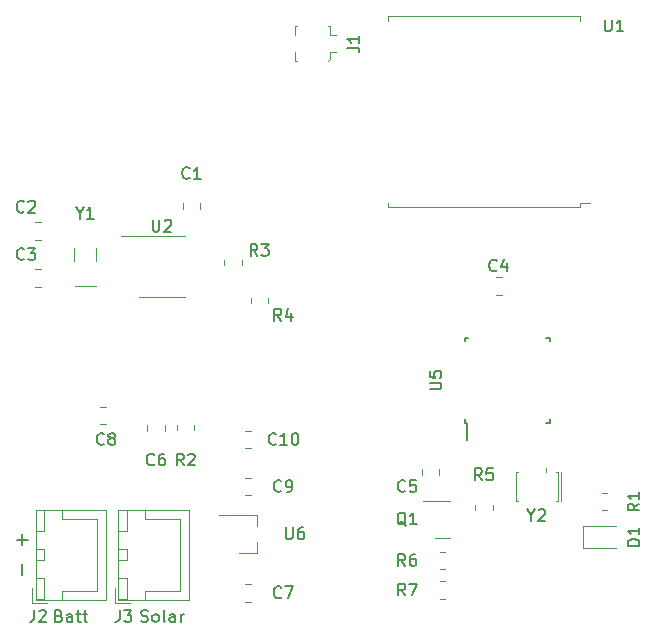
<source format=gto>
G04 #@! TF.GenerationSoftware,KiCad,Pcbnew,(6.0.2-0)*
G04 #@! TF.CreationDate,2022-03-01T18:59:47+01:00*
G04 #@! TF.ProjectId,HelloWeather,48656c6c-6f57-4656-9174-6865722e6b69,rev?*
G04 #@! TF.SameCoordinates,Original*
G04 #@! TF.FileFunction,Legend,Top*
G04 #@! TF.FilePolarity,Positive*
%FSLAX46Y46*%
G04 Gerber Fmt 4.6, Leading zero omitted, Abs format (unit mm)*
G04 Created by KiCad (PCBNEW (6.0.2-0)) date 2022-03-01 18:59:47*
%MOMM*%
%LPD*%
G01*
G04 APERTURE LIST*
%ADD10C,0.200000*%
%ADD11C,0.150000*%
%ADD12C,0.120000*%
G04 APERTURE END LIST*
D10*
X56914285Y-139542857D02*
X56914285Y-140457142D01*
D11*
X66988095Y-144404761D02*
X67130952Y-144452380D01*
X67369047Y-144452380D01*
X67464285Y-144404761D01*
X67511904Y-144357142D01*
X67559523Y-144261904D01*
X67559523Y-144166666D01*
X67511904Y-144071428D01*
X67464285Y-144023809D01*
X67369047Y-143976190D01*
X67178571Y-143928571D01*
X67083333Y-143880952D01*
X67035714Y-143833333D01*
X66988095Y-143738095D01*
X66988095Y-143642857D01*
X67035714Y-143547619D01*
X67083333Y-143500000D01*
X67178571Y-143452380D01*
X67416666Y-143452380D01*
X67559523Y-143500000D01*
X68130952Y-144452380D02*
X68035714Y-144404761D01*
X67988095Y-144357142D01*
X67940476Y-144261904D01*
X67940476Y-143976190D01*
X67988095Y-143880952D01*
X68035714Y-143833333D01*
X68130952Y-143785714D01*
X68273809Y-143785714D01*
X68369047Y-143833333D01*
X68416666Y-143880952D01*
X68464285Y-143976190D01*
X68464285Y-144261904D01*
X68416666Y-144357142D01*
X68369047Y-144404761D01*
X68273809Y-144452380D01*
X68130952Y-144452380D01*
X69035714Y-144452380D02*
X68940476Y-144404761D01*
X68892857Y-144309523D01*
X68892857Y-143452380D01*
X69845238Y-144452380D02*
X69845238Y-143928571D01*
X69797619Y-143833333D01*
X69702380Y-143785714D01*
X69511904Y-143785714D01*
X69416666Y-143833333D01*
X69845238Y-144404761D02*
X69750000Y-144452380D01*
X69511904Y-144452380D01*
X69416666Y-144404761D01*
X69369047Y-144309523D01*
X69369047Y-144214285D01*
X69416666Y-144119047D01*
X69511904Y-144071428D01*
X69750000Y-144071428D01*
X69845238Y-144023809D01*
X70321428Y-144452380D02*
X70321428Y-143785714D01*
X70321428Y-143976190D02*
X70369047Y-143880952D01*
X70416666Y-143833333D01*
X70511904Y-143785714D01*
X70607142Y-143785714D01*
X60047619Y-143928571D02*
X60190476Y-143976190D01*
X60238095Y-144023809D01*
X60285714Y-144119047D01*
X60285714Y-144261904D01*
X60238095Y-144357142D01*
X60190476Y-144404761D01*
X60095238Y-144452380D01*
X59714285Y-144452380D01*
X59714285Y-143452380D01*
X60047619Y-143452380D01*
X60142857Y-143500000D01*
X60190476Y-143547619D01*
X60238095Y-143642857D01*
X60238095Y-143738095D01*
X60190476Y-143833333D01*
X60142857Y-143880952D01*
X60047619Y-143928571D01*
X59714285Y-143928571D01*
X61142857Y-144452380D02*
X61142857Y-143928571D01*
X61095238Y-143833333D01*
X61000000Y-143785714D01*
X60809523Y-143785714D01*
X60714285Y-143833333D01*
X61142857Y-144404761D02*
X61047619Y-144452380D01*
X60809523Y-144452380D01*
X60714285Y-144404761D01*
X60666666Y-144309523D01*
X60666666Y-144214285D01*
X60714285Y-144119047D01*
X60809523Y-144071428D01*
X61047619Y-144071428D01*
X61142857Y-144023809D01*
X61476190Y-143785714D02*
X61857142Y-143785714D01*
X61619047Y-143452380D02*
X61619047Y-144309523D01*
X61666666Y-144404761D01*
X61761904Y-144452380D01*
X61857142Y-144452380D01*
X62047619Y-143785714D02*
X62428571Y-143785714D01*
X62190476Y-143452380D02*
X62190476Y-144309523D01*
X62238095Y-144404761D01*
X62333333Y-144452380D01*
X62428571Y-144452380D01*
D10*
X56914285Y-137042857D02*
X56914285Y-137957142D01*
X56457142Y-137500000D02*
X57371428Y-137500000D01*
D11*
X89333333Y-142202380D02*
X89000000Y-141726190D01*
X88761904Y-142202380D02*
X88761904Y-141202380D01*
X89142857Y-141202380D01*
X89238095Y-141250000D01*
X89285714Y-141297619D01*
X89333333Y-141392857D01*
X89333333Y-141535714D01*
X89285714Y-141630952D01*
X89238095Y-141678571D01*
X89142857Y-141726190D01*
X88761904Y-141726190D01*
X89666666Y-141202380D02*
X90333333Y-141202380D01*
X89904761Y-142202380D01*
X71083333Y-106857142D02*
X71035714Y-106904761D01*
X70892857Y-106952380D01*
X70797619Y-106952380D01*
X70654761Y-106904761D01*
X70559523Y-106809523D01*
X70511904Y-106714285D01*
X70464285Y-106523809D01*
X70464285Y-106380952D01*
X70511904Y-106190476D01*
X70559523Y-106095238D01*
X70654761Y-106000000D01*
X70797619Y-105952380D01*
X70892857Y-105952380D01*
X71035714Y-106000000D01*
X71083333Y-106047619D01*
X72035714Y-106952380D02*
X71464285Y-106952380D01*
X71750000Y-106952380D02*
X71750000Y-105952380D01*
X71654761Y-106095238D01*
X71559523Y-106190476D01*
X71464285Y-106238095D01*
X91402380Y-124761904D02*
X92211904Y-124761904D01*
X92307142Y-124714285D01*
X92354761Y-124666666D01*
X92402380Y-124571428D01*
X92402380Y-124380952D01*
X92354761Y-124285714D01*
X92307142Y-124238095D01*
X92211904Y-124190476D01*
X91402380Y-124190476D01*
X91402380Y-123238095D02*
X91402380Y-123714285D01*
X91878571Y-123761904D01*
X91830952Y-123714285D01*
X91783333Y-123619047D01*
X91783333Y-123380952D01*
X91830952Y-123285714D01*
X91878571Y-123238095D01*
X91973809Y-123190476D01*
X92211904Y-123190476D01*
X92307142Y-123238095D01*
X92354761Y-123285714D01*
X92402380Y-123380952D01*
X92402380Y-123619047D01*
X92354761Y-123714285D01*
X92307142Y-123761904D01*
X100023809Y-135426190D02*
X100023809Y-135902380D01*
X99690476Y-134902380D02*
X100023809Y-135426190D01*
X100357142Y-134902380D01*
X100642857Y-134997619D02*
X100690476Y-134950000D01*
X100785714Y-134902380D01*
X101023809Y-134902380D01*
X101119047Y-134950000D01*
X101166666Y-134997619D01*
X101214285Y-135092857D01*
X101214285Y-135188095D01*
X101166666Y-135330952D01*
X100595238Y-135902380D01*
X101214285Y-135902380D01*
X84452380Y-95833333D02*
X85166666Y-95833333D01*
X85309523Y-95880952D01*
X85404761Y-95976190D01*
X85452380Y-96119047D01*
X85452380Y-96214285D01*
X85452380Y-94833333D02*
X85452380Y-95404761D01*
X85452380Y-95119047D02*
X84452380Y-95119047D01*
X84595238Y-95214285D01*
X84690476Y-95309523D01*
X84738095Y-95404761D01*
X68083333Y-131107142D02*
X68035714Y-131154761D01*
X67892857Y-131202380D01*
X67797619Y-131202380D01*
X67654761Y-131154761D01*
X67559523Y-131059523D01*
X67511904Y-130964285D01*
X67464285Y-130773809D01*
X67464285Y-130630952D01*
X67511904Y-130440476D01*
X67559523Y-130345238D01*
X67654761Y-130250000D01*
X67797619Y-130202380D01*
X67892857Y-130202380D01*
X68035714Y-130250000D01*
X68083333Y-130297619D01*
X68940476Y-130202380D02*
X68750000Y-130202380D01*
X68654761Y-130250000D01*
X68607142Y-130297619D01*
X68511904Y-130440476D01*
X68464285Y-130630952D01*
X68464285Y-131011904D01*
X68511904Y-131107142D01*
X68559523Y-131154761D01*
X68654761Y-131202380D01*
X68845238Y-131202380D01*
X68940476Y-131154761D01*
X68988095Y-131107142D01*
X69035714Y-131011904D01*
X69035714Y-130773809D01*
X68988095Y-130678571D01*
X68940476Y-130630952D01*
X68845238Y-130583333D01*
X68654761Y-130583333D01*
X68559523Y-130630952D01*
X68511904Y-130678571D01*
X68464285Y-130773809D01*
X67963095Y-110397380D02*
X67963095Y-111206904D01*
X68010714Y-111302142D01*
X68058333Y-111349761D01*
X68153571Y-111397380D01*
X68344047Y-111397380D01*
X68439285Y-111349761D01*
X68486904Y-111302142D01*
X68534523Y-111206904D01*
X68534523Y-110397380D01*
X68963095Y-110492619D02*
X69010714Y-110445000D01*
X69105952Y-110397380D01*
X69344047Y-110397380D01*
X69439285Y-110445000D01*
X69486904Y-110492619D01*
X69534523Y-110587857D01*
X69534523Y-110683095D01*
X69486904Y-110825952D01*
X68915476Y-111397380D01*
X69534523Y-111397380D01*
X89333333Y-139702380D02*
X89000000Y-139226190D01*
X88761904Y-139702380D02*
X88761904Y-138702380D01*
X89142857Y-138702380D01*
X89238095Y-138750000D01*
X89285714Y-138797619D01*
X89333333Y-138892857D01*
X89333333Y-139035714D01*
X89285714Y-139130952D01*
X89238095Y-139178571D01*
X89142857Y-139226190D01*
X88761904Y-139226190D01*
X90190476Y-138702380D02*
X90000000Y-138702380D01*
X89904761Y-138750000D01*
X89857142Y-138797619D01*
X89761904Y-138940476D01*
X89714285Y-139130952D01*
X89714285Y-139511904D01*
X89761904Y-139607142D01*
X89809523Y-139654761D01*
X89904761Y-139702380D01*
X90095238Y-139702380D01*
X90190476Y-139654761D01*
X90238095Y-139607142D01*
X90285714Y-139511904D01*
X90285714Y-139273809D01*
X90238095Y-139178571D01*
X90190476Y-139130952D01*
X90095238Y-139083333D01*
X89904761Y-139083333D01*
X89809523Y-139130952D01*
X89761904Y-139178571D01*
X89714285Y-139273809D01*
X63833333Y-129357142D02*
X63785714Y-129404761D01*
X63642857Y-129452380D01*
X63547619Y-129452380D01*
X63404761Y-129404761D01*
X63309523Y-129309523D01*
X63261904Y-129214285D01*
X63214285Y-129023809D01*
X63214285Y-128880952D01*
X63261904Y-128690476D01*
X63309523Y-128595238D01*
X63404761Y-128500000D01*
X63547619Y-128452380D01*
X63642857Y-128452380D01*
X63785714Y-128500000D01*
X63833333Y-128547619D01*
X64404761Y-128880952D02*
X64309523Y-128833333D01*
X64261904Y-128785714D01*
X64214285Y-128690476D01*
X64214285Y-128642857D01*
X64261904Y-128547619D01*
X64309523Y-128500000D01*
X64404761Y-128452380D01*
X64595238Y-128452380D01*
X64690476Y-128500000D01*
X64738095Y-128547619D01*
X64785714Y-128642857D01*
X64785714Y-128690476D01*
X64738095Y-128785714D01*
X64690476Y-128833333D01*
X64595238Y-128880952D01*
X64404761Y-128880952D01*
X64309523Y-128928571D01*
X64261904Y-128976190D01*
X64214285Y-129071428D01*
X64214285Y-129261904D01*
X64261904Y-129357142D01*
X64309523Y-129404761D01*
X64404761Y-129452380D01*
X64595238Y-129452380D01*
X64690476Y-129404761D01*
X64738095Y-129357142D01*
X64785714Y-129261904D01*
X64785714Y-129071428D01*
X64738095Y-128976190D01*
X64690476Y-128928571D01*
X64595238Y-128880952D01*
X109177380Y-134429166D02*
X108701190Y-134762500D01*
X109177380Y-135000595D02*
X108177380Y-135000595D01*
X108177380Y-134619642D01*
X108225000Y-134524404D01*
X108272619Y-134476785D01*
X108367857Y-134429166D01*
X108510714Y-134429166D01*
X108605952Y-134476785D01*
X108653571Y-134524404D01*
X108701190Y-134619642D01*
X108701190Y-135000595D01*
X109177380Y-133476785D02*
X109177380Y-134048214D01*
X109177380Y-133762500D02*
X108177380Y-133762500D01*
X108320238Y-133857738D01*
X108415476Y-133952976D01*
X108463095Y-134048214D01*
X78833333Y-133357142D02*
X78785714Y-133404761D01*
X78642857Y-133452380D01*
X78547619Y-133452380D01*
X78404761Y-133404761D01*
X78309523Y-133309523D01*
X78261904Y-133214285D01*
X78214285Y-133023809D01*
X78214285Y-132880952D01*
X78261904Y-132690476D01*
X78309523Y-132595238D01*
X78404761Y-132500000D01*
X78547619Y-132452380D01*
X78642857Y-132452380D01*
X78785714Y-132500000D01*
X78833333Y-132547619D01*
X79309523Y-133452380D02*
X79500000Y-133452380D01*
X79595238Y-133404761D01*
X79642857Y-133357142D01*
X79738095Y-133214285D01*
X79785714Y-133023809D01*
X79785714Y-132642857D01*
X79738095Y-132547619D01*
X79690476Y-132500000D01*
X79595238Y-132452380D01*
X79404761Y-132452380D01*
X79309523Y-132500000D01*
X79261904Y-132547619D01*
X79214285Y-132642857D01*
X79214285Y-132880952D01*
X79261904Y-132976190D01*
X79309523Y-133023809D01*
X79404761Y-133071428D01*
X79595238Y-133071428D01*
X79690476Y-133023809D01*
X79738095Y-132976190D01*
X79785714Y-132880952D01*
X57058333Y-109702142D02*
X57010714Y-109749761D01*
X56867857Y-109797380D01*
X56772619Y-109797380D01*
X56629761Y-109749761D01*
X56534523Y-109654523D01*
X56486904Y-109559285D01*
X56439285Y-109368809D01*
X56439285Y-109225952D01*
X56486904Y-109035476D01*
X56534523Y-108940238D01*
X56629761Y-108845000D01*
X56772619Y-108797380D01*
X56867857Y-108797380D01*
X57010714Y-108845000D01*
X57058333Y-108892619D01*
X57439285Y-108892619D02*
X57486904Y-108845000D01*
X57582142Y-108797380D01*
X57820238Y-108797380D01*
X57915476Y-108845000D01*
X57963095Y-108892619D01*
X58010714Y-108987857D01*
X58010714Y-109083095D01*
X57963095Y-109225952D01*
X57391666Y-109797380D01*
X58010714Y-109797380D01*
X57916666Y-143452380D02*
X57916666Y-144166666D01*
X57869047Y-144309523D01*
X57773809Y-144404761D01*
X57630952Y-144452380D01*
X57535714Y-144452380D01*
X58345238Y-143547619D02*
X58392857Y-143500000D01*
X58488095Y-143452380D01*
X58726190Y-143452380D01*
X58821428Y-143500000D01*
X58869047Y-143547619D01*
X58916666Y-143642857D01*
X58916666Y-143738095D01*
X58869047Y-143880952D01*
X58297619Y-144452380D01*
X58916666Y-144452380D01*
X89404761Y-136297619D02*
X89309523Y-136250000D01*
X89214285Y-136154761D01*
X89071428Y-136011904D01*
X88976190Y-135964285D01*
X88880952Y-135964285D01*
X88928571Y-136202380D02*
X88833333Y-136154761D01*
X88738095Y-136059523D01*
X88690476Y-135869047D01*
X88690476Y-135535714D01*
X88738095Y-135345238D01*
X88833333Y-135250000D01*
X88928571Y-135202380D01*
X89119047Y-135202380D01*
X89214285Y-135250000D01*
X89309523Y-135345238D01*
X89357142Y-135535714D01*
X89357142Y-135869047D01*
X89309523Y-136059523D01*
X89214285Y-136154761D01*
X89119047Y-136202380D01*
X88928571Y-136202380D01*
X90309523Y-136202380D02*
X89738095Y-136202380D01*
X90023809Y-136202380D02*
X90023809Y-135202380D01*
X89928571Y-135345238D01*
X89833333Y-135440476D01*
X89738095Y-135488095D01*
X78833333Y-142357142D02*
X78785714Y-142404761D01*
X78642857Y-142452380D01*
X78547619Y-142452380D01*
X78404761Y-142404761D01*
X78309523Y-142309523D01*
X78261904Y-142214285D01*
X78214285Y-142023809D01*
X78214285Y-141880952D01*
X78261904Y-141690476D01*
X78309523Y-141595238D01*
X78404761Y-141500000D01*
X78547619Y-141452380D01*
X78642857Y-141452380D01*
X78785714Y-141500000D01*
X78833333Y-141547619D01*
X79166666Y-141452380D02*
X79833333Y-141452380D01*
X79404761Y-142452380D01*
X78394642Y-129357142D02*
X78347023Y-129404761D01*
X78204166Y-129452380D01*
X78108928Y-129452380D01*
X77966071Y-129404761D01*
X77870833Y-129309523D01*
X77823214Y-129214285D01*
X77775595Y-129023809D01*
X77775595Y-128880952D01*
X77823214Y-128690476D01*
X77870833Y-128595238D01*
X77966071Y-128500000D01*
X78108928Y-128452380D01*
X78204166Y-128452380D01*
X78347023Y-128500000D01*
X78394642Y-128547619D01*
X79347023Y-129452380D02*
X78775595Y-129452380D01*
X79061309Y-129452380D02*
X79061309Y-128452380D01*
X78966071Y-128595238D01*
X78870833Y-128690476D01*
X78775595Y-128738095D01*
X79966071Y-128452380D02*
X80061309Y-128452380D01*
X80156547Y-128500000D01*
X80204166Y-128547619D01*
X80251785Y-128642857D01*
X80299404Y-128833333D01*
X80299404Y-129071428D01*
X80251785Y-129261904D01*
X80204166Y-129357142D01*
X80156547Y-129404761D01*
X80061309Y-129452380D01*
X79966071Y-129452380D01*
X79870833Y-129404761D01*
X79823214Y-129357142D01*
X79775595Y-129261904D01*
X79727976Y-129071428D01*
X79727976Y-128833333D01*
X79775595Y-128642857D01*
X79823214Y-128547619D01*
X79870833Y-128500000D01*
X79966071Y-128452380D01*
X78833333Y-118952380D02*
X78500000Y-118476190D01*
X78261904Y-118952380D02*
X78261904Y-117952380D01*
X78642857Y-117952380D01*
X78738095Y-118000000D01*
X78785714Y-118047619D01*
X78833333Y-118142857D01*
X78833333Y-118285714D01*
X78785714Y-118380952D01*
X78738095Y-118428571D01*
X78642857Y-118476190D01*
X78261904Y-118476190D01*
X79690476Y-118285714D02*
X79690476Y-118952380D01*
X79452380Y-117904761D02*
X79214285Y-118619047D01*
X79833333Y-118619047D01*
X65166666Y-143452380D02*
X65166666Y-144166666D01*
X65119047Y-144309523D01*
X65023809Y-144404761D01*
X64880952Y-144452380D01*
X64785714Y-144452380D01*
X65547619Y-143452380D02*
X66166666Y-143452380D01*
X65833333Y-143833333D01*
X65976190Y-143833333D01*
X66071428Y-143880952D01*
X66119047Y-143928571D01*
X66166666Y-144023809D01*
X66166666Y-144261904D01*
X66119047Y-144357142D01*
X66071428Y-144404761D01*
X65976190Y-144452380D01*
X65690476Y-144452380D01*
X65595238Y-144404761D01*
X65547619Y-144357142D01*
X109177380Y-138000595D02*
X108177380Y-138000595D01*
X108177380Y-137762500D01*
X108225000Y-137619642D01*
X108320238Y-137524404D01*
X108415476Y-137476785D01*
X108605952Y-137429166D01*
X108748809Y-137429166D01*
X108939285Y-137476785D01*
X109034523Y-137524404D01*
X109129761Y-137619642D01*
X109177380Y-137762500D01*
X109177380Y-138000595D01*
X109177380Y-136476785D02*
X109177380Y-137048214D01*
X109177380Y-136762500D02*
X108177380Y-136762500D01*
X108320238Y-136857738D01*
X108415476Y-136952976D01*
X108463095Y-137048214D01*
X57058333Y-113702142D02*
X57010714Y-113749761D01*
X56867857Y-113797380D01*
X56772619Y-113797380D01*
X56629761Y-113749761D01*
X56534523Y-113654523D01*
X56486904Y-113559285D01*
X56439285Y-113368809D01*
X56439285Y-113225952D01*
X56486904Y-113035476D01*
X56534523Y-112940238D01*
X56629761Y-112845000D01*
X56772619Y-112797380D01*
X56867857Y-112797380D01*
X57010714Y-112845000D01*
X57058333Y-112892619D01*
X57391666Y-112797380D02*
X58010714Y-112797380D01*
X57677380Y-113178333D01*
X57820238Y-113178333D01*
X57915476Y-113225952D01*
X57963095Y-113273571D01*
X58010714Y-113368809D01*
X58010714Y-113606904D01*
X57963095Y-113702142D01*
X57915476Y-113749761D01*
X57820238Y-113797380D01*
X57534523Y-113797380D01*
X57439285Y-113749761D01*
X57391666Y-113702142D01*
X106238095Y-93452380D02*
X106238095Y-94261904D01*
X106285714Y-94357142D01*
X106333333Y-94404761D01*
X106428571Y-94452380D01*
X106619047Y-94452380D01*
X106714285Y-94404761D01*
X106761904Y-94357142D01*
X106809523Y-94261904D01*
X106809523Y-93452380D01*
X107809523Y-94452380D02*
X107238095Y-94452380D01*
X107523809Y-94452380D02*
X107523809Y-93452380D01*
X107428571Y-93595238D01*
X107333333Y-93690476D01*
X107238095Y-93738095D01*
X79238095Y-136452380D02*
X79238095Y-137261904D01*
X79285714Y-137357142D01*
X79333333Y-137404761D01*
X79428571Y-137452380D01*
X79619047Y-137452380D01*
X79714285Y-137404761D01*
X79761904Y-137357142D01*
X79809523Y-137261904D01*
X79809523Y-136452380D01*
X80714285Y-136452380D02*
X80523809Y-136452380D01*
X80428571Y-136500000D01*
X80380952Y-136547619D01*
X80285714Y-136690476D01*
X80238095Y-136880952D01*
X80238095Y-137261904D01*
X80285714Y-137357142D01*
X80333333Y-137404761D01*
X80428571Y-137452380D01*
X80619047Y-137452380D01*
X80714285Y-137404761D01*
X80761904Y-137357142D01*
X80809523Y-137261904D01*
X80809523Y-137023809D01*
X80761904Y-136928571D01*
X80714285Y-136880952D01*
X80619047Y-136833333D01*
X80428571Y-136833333D01*
X80333333Y-136880952D01*
X80285714Y-136928571D01*
X80238095Y-137023809D01*
X76833333Y-113452380D02*
X76500000Y-112976190D01*
X76261904Y-113452380D02*
X76261904Y-112452380D01*
X76642857Y-112452380D01*
X76738095Y-112500000D01*
X76785714Y-112547619D01*
X76833333Y-112642857D01*
X76833333Y-112785714D01*
X76785714Y-112880952D01*
X76738095Y-112928571D01*
X76642857Y-112976190D01*
X76261904Y-112976190D01*
X77166666Y-112452380D02*
X77785714Y-112452380D01*
X77452380Y-112833333D01*
X77595238Y-112833333D01*
X77690476Y-112880952D01*
X77738095Y-112928571D01*
X77785714Y-113023809D01*
X77785714Y-113261904D01*
X77738095Y-113357142D01*
X77690476Y-113404761D01*
X77595238Y-113452380D01*
X77309523Y-113452380D01*
X77214285Y-113404761D01*
X77166666Y-113357142D01*
X89333333Y-133357142D02*
X89285714Y-133404761D01*
X89142857Y-133452380D01*
X89047619Y-133452380D01*
X88904761Y-133404761D01*
X88809523Y-133309523D01*
X88761904Y-133214285D01*
X88714285Y-133023809D01*
X88714285Y-132880952D01*
X88761904Y-132690476D01*
X88809523Y-132595238D01*
X88904761Y-132500000D01*
X89047619Y-132452380D01*
X89142857Y-132452380D01*
X89285714Y-132500000D01*
X89333333Y-132547619D01*
X90238095Y-132452380D02*
X89761904Y-132452380D01*
X89714285Y-132928571D01*
X89761904Y-132880952D01*
X89857142Y-132833333D01*
X90095238Y-132833333D01*
X90190476Y-132880952D01*
X90238095Y-132928571D01*
X90285714Y-133023809D01*
X90285714Y-133261904D01*
X90238095Y-133357142D01*
X90190476Y-133404761D01*
X90095238Y-133452380D01*
X89857142Y-133452380D01*
X89761904Y-133404761D01*
X89714285Y-133357142D01*
X61773809Y-109821190D02*
X61773809Y-110297380D01*
X61440476Y-109297380D02*
X61773809Y-109821190D01*
X62107142Y-109297380D01*
X62964285Y-110297380D02*
X62392857Y-110297380D01*
X62678571Y-110297380D02*
X62678571Y-109297380D01*
X62583333Y-109440238D01*
X62488095Y-109535476D01*
X62392857Y-109583095D01*
X97083333Y-114677142D02*
X97035714Y-114724761D01*
X96892857Y-114772380D01*
X96797619Y-114772380D01*
X96654761Y-114724761D01*
X96559523Y-114629523D01*
X96511904Y-114534285D01*
X96464285Y-114343809D01*
X96464285Y-114200952D01*
X96511904Y-114010476D01*
X96559523Y-113915238D01*
X96654761Y-113820000D01*
X96797619Y-113772380D01*
X96892857Y-113772380D01*
X97035714Y-113820000D01*
X97083333Y-113867619D01*
X97940476Y-114105714D02*
X97940476Y-114772380D01*
X97702380Y-113724761D02*
X97464285Y-114439047D01*
X98083333Y-114439047D01*
X70583333Y-131202380D02*
X70250000Y-130726190D01*
X70011904Y-131202380D02*
X70011904Y-130202380D01*
X70392857Y-130202380D01*
X70488095Y-130250000D01*
X70535714Y-130297619D01*
X70583333Y-130392857D01*
X70583333Y-130535714D01*
X70535714Y-130630952D01*
X70488095Y-130678571D01*
X70392857Y-130726190D01*
X70011904Y-130726190D01*
X70964285Y-130297619D02*
X71011904Y-130250000D01*
X71107142Y-130202380D01*
X71345238Y-130202380D01*
X71440476Y-130250000D01*
X71488095Y-130297619D01*
X71535714Y-130392857D01*
X71535714Y-130488095D01*
X71488095Y-130630952D01*
X70916666Y-131202380D01*
X71535714Y-131202380D01*
X95833333Y-132452380D02*
X95500000Y-131976190D01*
X95261904Y-132452380D02*
X95261904Y-131452380D01*
X95642857Y-131452380D01*
X95738095Y-131500000D01*
X95785714Y-131547619D01*
X95833333Y-131642857D01*
X95833333Y-131785714D01*
X95785714Y-131880952D01*
X95738095Y-131928571D01*
X95642857Y-131976190D01*
X95261904Y-131976190D01*
X96738095Y-131452380D02*
X96261904Y-131452380D01*
X96214285Y-131928571D01*
X96261904Y-131880952D01*
X96357142Y-131833333D01*
X96595238Y-131833333D01*
X96690476Y-131880952D01*
X96738095Y-131928571D01*
X96785714Y-132023809D01*
X96785714Y-132261904D01*
X96738095Y-132357142D01*
X96690476Y-132404761D01*
X96595238Y-132452380D01*
X96357142Y-132452380D01*
X96261904Y-132404761D01*
X96214285Y-132357142D01*
D12*
X92727064Y-142485000D02*
X92272936Y-142485000D01*
X92727064Y-141015000D02*
X92272936Y-141015000D01*
X70515000Y-109511252D02*
X70515000Y-108988748D01*
X71985000Y-109511252D02*
X71985000Y-108988748D01*
D11*
X101625000Y-127625000D02*
X101625000Y-127300000D01*
X94375000Y-127625000D02*
X94600000Y-127625000D01*
X101625000Y-120375000D02*
X101300000Y-120375000D01*
X101625000Y-120375000D02*
X101625000Y-120700000D01*
X94375000Y-127625000D02*
X94375000Y-127300000D01*
X101625000Y-127625000D02*
X101300000Y-127625000D01*
X94600000Y-127625000D02*
X94600000Y-129050000D01*
X94375000Y-120375000D02*
X94700000Y-120375000D01*
X94375000Y-120375000D02*
X94375000Y-120700000D01*
D12*
X98700000Y-134200000D02*
X98850000Y-134200000D01*
X102300000Y-134200000D02*
X102150000Y-134200000D01*
X101250000Y-131800000D02*
X101300000Y-131800000D01*
X101250000Y-131800000D02*
X101250000Y-131400000D01*
X102300000Y-132200000D02*
X102300000Y-131800000D01*
X102300000Y-132200000D02*
X102300000Y-134200000D01*
X102500000Y-132200000D02*
X102500000Y-131800000D01*
X102500000Y-134200000D02*
X102500000Y-132200000D01*
X98700000Y-134200000D02*
X98700000Y-132200000D01*
X102300000Y-131800000D02*
X102150000Y-131800000D01*
X98700000Y-131800000D02*
X98850000Y-131800000D01*
X98700000Y-132200000D02*
X98700000Y-131800000D01*
X80000000Y-97000000D02*
X80000000Y-96200000D01*
X80000000Y-94000000D02*
X80200000Y-94000000D01*
X83000000Y-94000000D02*
X83000000Y-94800000D01*
X80200000Y-97000000D02*
X80000000Y-97000000D01*
X83000000Y-96800000D02*
X82800000Y-97000000D01*
X82800000Y-94000000D02*
X83000000Y-94000000D01*
X80000000Y-94800000D02*
X80000000Y-94000000D01*
X83000000Y-96200000D02*
X83000000Y-96800000D01*
X83000000Y-96200000D02*
X83500000Y-96200000D01*
X83000000Y-94800000D02*
X83500000Y-94800000D01*
X67515000Y-127738748D02*
X67515000Y-128261252D01*
X68985000Y-127738748D02*
X68985000Y-128261252D01*
X68725000Y-116905000D02*
X70675000Y-116905000D01*
X68725000Y-111785000D02*
X65275000Y-111785000D01*
X68725000Y-116905000D02*
X66775000Y-116905000D01*
X68725000Y-111785000D02*
X70675000Y-111785000D01*
X92272936Y-139985000D02*
X92727064Y-139985000D01*
X92272936Y-138515000D02*
X92727064Y-138515000D01*
X63488748Y-126265000D02*
X64011252Y-126265000D01*
X63488748Y-127735000D02*
X64011252Y-127735000D01*
X106452064Y-134997500D02*
X105997936Y-134997500D01*
X106452064Y-133527500D02*
X105997936Y-133527500D01*
X76261252Y-133735000D02*
X75738748Y-133735000D01*
X76261252Y-132265000D02*
X75738748Y-132265000D01*
X58486252Y-112080000D02*
X57963748Y-112080000D01*
X58486252Y-110610000D02*
X57963748Y-110610000D01*
X63250000Y-141800000D02*
X63250000Y-138750000D01*
X58050000Y-142550000D02*
X58800000Y-142550000D01*
X58050000Y-134950000D02*
X58050000Y-136750000D01*
X64010000Y-142560000D02*
X64010000Y-134940000D01*
X58040000Y-142560000D02*
X64010000Y-142560000D01*
X57750000Y-142850000D02*
X59000000Y-142850000D01*
X58800000Y-136750000D02*
X58800000Y-134950000D01*
X58040000Y-134940000D02*
X58040000Y-142560000D01*
X60300000Y-142550000D02*
X60300000Y-141800000D01*
X58050000Y-140750000D02*
X58050000Y-142550000D01*
X58800000Y-138250000D02*
X58050000Y-138250000D01*
X64010000Y-134940000D02*
X58040000Y-134940000D01*
X58050000Y-138250000D02*
X58050000Y-139250000D01*
X58050000Y-136750000D02*
X58800000Y-136750000D01*
X58800000Y-142550000D02*
X58800000Y-140750000D01*
X60300000Y-141800000D02*
X63250000Y-141800000D01*
X57750000Y-141600000D02*
X57750000Y-142850000D01*
X58800000Y-140750000D02*
X58050000Y-140750000D01*
X58800000Y-134950000D02*
X58050000Y-134950000D01*
X58800000Y-139250000D02*
X58800000Y-138250000D01*
X63250000Y-135700000D02*
X63250000Y-138750000D01*
X58050000Y-139250000D02*
X58800000Y-139250000D01*
X60300000Y-135700000D02*
X63250000Y-135700000D01*
X60300000Y-134950000D02*
X60300000Y-135700000D01*
X92500000Y-137310000D02*
X93150000Y-137310000D01*
X92500000Y-134190000D02*
X93150000Y-134190000D01*
X92500000Y-134190000D02*
X90825000Y-134190000D01*
X92500000Y-137310000D02*
X91850000Y-137310000D01*
X75738748Y-142735000D02*
X76261252Y-142735000D01*
X75738748Y-141265000D02*
X76261252Y-141265000D01*
X76261252Y-129735000D02*
X75738748Y-129735000D01*
X76261252Y-128265000D02*
X75738748Y-128265000D01*
X77735000Y-117477064D02*
X77735000Y-117022936D01*
X76265000Y-117477064D02*
X76265000Y-117022936D01*
X65040000Y-142560000D02*
X71010000Y-142560000D01*
X65800000Y-138250000D02*
X65050000Y-138250000D01*
X70250000Y-141800000D02*
X70250000Y-138750000D01*
X64750000Y-142850000D02*
X66000000Y-142850000D01*
X64750000Y-141600000D02*
X64750000Y-142850000D01*
X65050000Y-136750000D02*
X65800000Y-136750000D01*
X71010000Y-142560000D02*
X71010000Y-134940000D01*
X67300000Y-135700000D02*
X70250000Y-135700000D01*
X65050000Y-138250000D02*
X65050000Y-139250000D01*
X65800000Y-142550000D02*
X65800000Y-140750000D01*
X65800000Y-134950000D02*
X65050000Y-134950000D01*
X71010000Y-134940000D02*
X65040000Y-134940000D01*
X65040000Y-134940000D02*
X65040000Y-142560000D01*
X67300000Y-134950000D02*
X67300000Y-135700000D01*
X67300000Y-141800000D02*
X70250000Y-141800000D01*
X65050000Y-134950000D02*
X65050000Y-136750000D01*
X67300000Y-142550000D02*
X67300000Y-141800000D01*
X65050000Y-139250000D02*
X65800000Y-139250000D01*
X65050000Y-140750000D02*
X65050000Y-142550000D01*
X70250000Y-135700000D02*
X70250000Y-138750000D01*
X65800000Y-139250000D02*
X65800000Y-138250000D01*
X65050000Y-142550000D02*
X65800000Y-142550000D01*
X65800000Y-140750000D02*
X65050000Y-140750000D01*
X65800000Y-136750000D02*
X65800000Y-134950000D01*
X107225000Y-136302500D02*
X104365000Y-136302500D01*
X104365000Y-138222500D02*
X107225000Y-138222500D01*
X104365000Y-136302500D02*
X104365000Y-138222500D01*
X58486252Y-116080000D02*
X57963748Y-116080000D01*
X58486252Y-114610000D02*
X57963748Y-114610000D01*
X87900000Y-93150000D02*
X87900000Y-93550000D01*
X87900000Y-109350000D02*
X87900000Y-108950000D01*
X104100000Y-93150000D02*
X87900000Y-93150000D01*
X104100000Y-93550000D02*
X104100000Y-93150000D01*
X104100000Y-109000000D02*
X105000000Y-109000000D01*
X104100000Y-109350000D02*
X87900000Y-109350000D01*
X104100000Y-109350000D02*
X104100000Y-109000000D01*
X76760000Y-138580000D02*
X76760000Y-137650000D01*
X76760000Y-138580000D02*
X75300000Y-138580000D01*
X76760000Y-135420000D02*
X73600000Y-135420000D01*
X76760000Y-135420000D02*
X76760000Y-136350000D01*
X75485000Y-114227064D02*
X75485000Y-113772936D01*
X74015000Y-114227064D02*
X74015000Y-113772936D01*
X92235000Y-131488748D02*
X92235000Y-132011252D01*
X90765000Y-131488748D02*
X90765000Y-132011252D01*
X61350000Y-116045000D02*
X63150000Y-116045000D01*
X61300000Y-113895000D02*
X61300000Y-112795000D01*
X63200000Y-113895000D02*
X63200000Y-112795000D01*
X96988748Y-115265000D02*
X97511252Y-115265000D01*
X96988748Y-116735000D02*
X97511252Y-116735000D01*
X71485000Y-127772936D02*
X71485000Y-128227064D01*
X70015000Y-127772936D02*
X70015000Y-128227064D01*
X96735000Y-134977064D02*
X96735000Y-134522936D01*
X95265000Y-134977064D02*
X95265000Y-134522936D01*
M02*

</source>
